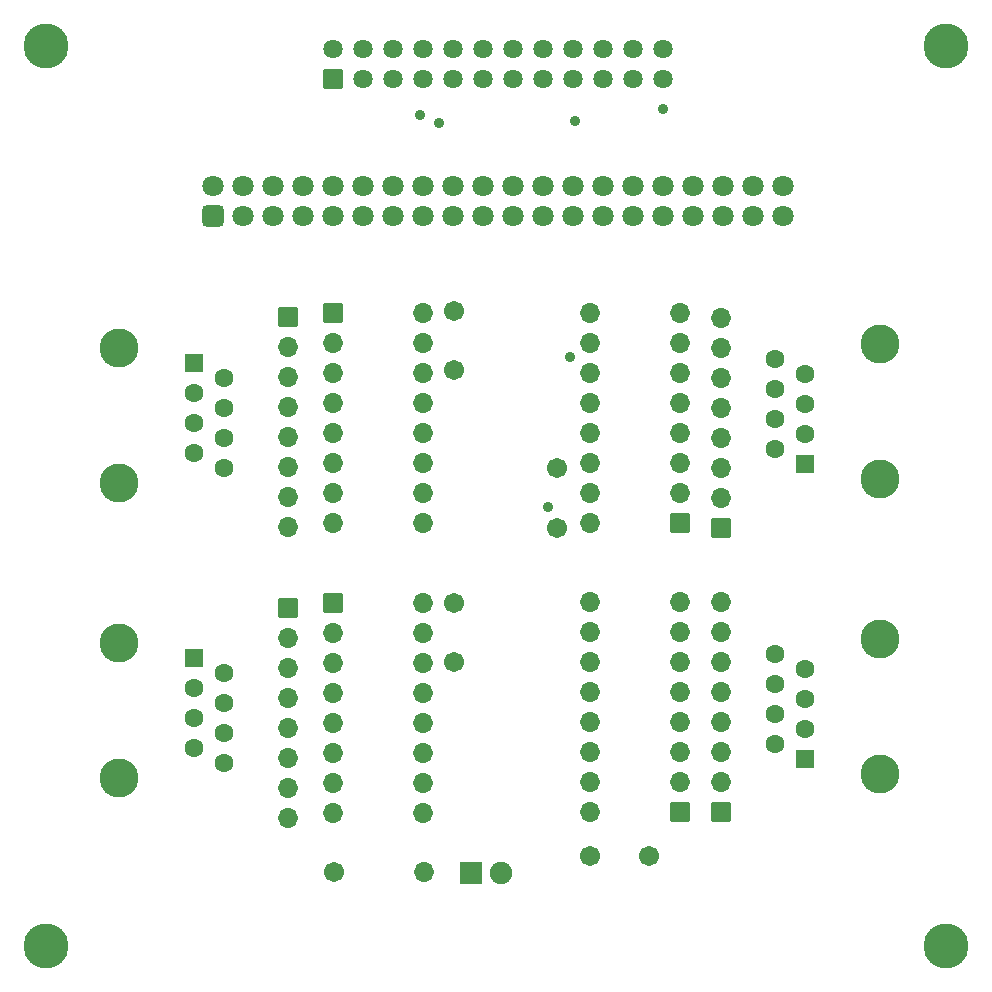
<source format=gbr>
%TF.GenerationSoftware,KiCad,Pcbnew,(6.0.7)*%
%TF.CreationDate,2022-08-13T18:52:35-04:00*%
%TF.ProjectId,Diff_Expansion,44696666-5f45-4787-9061-6e73696f6e2e,v3*%
%TF.SameCoordinates,Original*%
%TF.FileFunction,Soldermask,Bot*%
%TF.FilePolarity,Negative*%
%FSLAX46Y46*%
G04 Gerber Fmt 4.6, Leading zero omitted, Abs format (unit mm)*
G04 Created by KiCad (PCBNEW (6.0.7)) date 2022-08-13 18:52:35*
%MOMM*%
%LPD*%
G01*
G04 APERTURE LIST*
G04 Aperture macros list*
%AMRoundRect*
0 Rectangle with rounded corners*
0 $1 Rounding radius*
0 $2 $3 $4 $5 $6 $7 $8 $9 X,Y pos of 4 corners*
0 Add a 4 corners polygon primitive as box body*
4,1,4,$2,$3,$4,$5,$6,$7,$8,$9,$2,$3,0*
0 Add four circle primitives for the rounded corners*
1,1,$1+$1,$2,$3*
1,1,$1+$1,$4,$5*
1,1,$1+$1,$6,$7*
1,1,$1+$1,$8,$9*
0 Add four rect primitives between the rounded corners*
20,1,$1+$1,$2,$3,$4,$5,0*
20,1,$1+$1,$4,$5,$6,$7,0*
20,1,$1+$1,$6,$7,$8,$9,0*
20,1,$1+$1,$8,$9,$2,$3,0*%
G04 Aperture macros list end*
%ADD10C,3.802000*%
%ADD11RoundRect,0.051000X0.800000X0.800000X-0.800000X0.800000X-0.800000X-0.800000X0.800000X-0.800000X0*%
%ADD12O,1.702000X1.702000*%
%ADD13RoundRect,0.051000X-0.800000X-0.800000X0.800000X-0.800000X0.800000X0.800000X-0.800000X0.800000X0*%
%ADD14C,3.302000*%
%ADD15RoundRect,0.051000X-0.750000X0.750000X-0.750000X-0.750000X0.750000X-0.750000X0.750000X0.750000X0*%
%ADD16C,1.602000*%
%ADD17C,1.702000*%
%ADD18RoundRect,0.051000X0.800000X-0.800000X0.800000X0.800000X-0.800000X0.800000X-0.800000X-0.800000X0*%
%ADD19RoundRect,0.051000X-0.800000X0.800000X-0.800000X-0.800000X0.800000X-0.800000X0.800000X0.800000X0*%
%ADD20RoundRect,0.051000X0.750000X-0.750000X0.750000X0.750000X-0.750000X0.750000X-0.750000X-0.750000X0*%
%ADD21RoundRect,0.051000X-0.900000X-0.900000X0.900000X-0.900000X0.900000X0.900000X-0.900000X0.900000X0*%
%ADD22C,1.902000*%
%ADD23RoundRect,0.301000X0.600000X-0.600000X0.600000X0.600000X-0.600000X0.600000X-0.600000X-0.600000X0*%
%ADD24C,1.802000*%
%ADD25RoundRect,0.051000X-0.765000X-0.765000X0.765000X-0.765000X0.765000X0.765000X-0.765000X0.765000X0*%
%ADD26C,1.632000*%
%ADD27C,0.902000*%
G04 APERTURE END LIST*
D10*
%TO.C,REF\u002A\u002A*%
X72731000Y-140969800D03*
%TD*%
%TO.C,REF\u002A\u002A*%
X148931000Y-140969800D03*
%TD*%
D11*
%TO.C,U4*%
X126379000Y-129661800D03*
D12*
X126379000Y-127121800D03*
X126379000Y-124581800D03*
X126379000Y-122041800D03*
X126379000Y-119501800D03*
X126379000Y-116961800D03*
X126379000Y-114421800D03*
X126379000Y-111881800D03*
X118759000Y-111881800D03*
X118759000Y-114421800D03*
X118759000Y-116961800D03*
X118759000Y-119501800D03*
X118759000Y-122041800D03*
X118759000Y-124581800D03*
X118759000Y-127121800D03*
X118759000Y-129661800D03*
%TD*%
D11*
%TO.C,U3*%
X126379000Y-105167800D03*
D12*
X126379000Y-102627800D03*
X126379000Y-100087800D03*
X126379000Y-97547800D03*
X126379000Y-95007800D03*
X126379000Y-92467800D03*
X126379000Y-89927800D03*
X126379000Y-87387800D03*
X118759000Y-87387800D03*
X118759000Y-89927800D03*
X118759000Y-92467800D03*
X118759000Y-95007800D03*
X118759000Y-97547800D03*
X118759000Y-100087800D03*
X118759000Y-102627800D03*
X118759000Y-105167800D03*
%TD*%
D13*
%TO.C,U2*%
X97009000Y-111911800D03*
D12*
X97009000Y-114451800D03*
X97009000Y-116991800D03*
X97009000Y-119531800D03*
X97009000Y-122071800D03*
X97009000Y-124611800D03*
X97009000Y-127151800D03*
X97009000Y-129691800D03*
X104629000Y-129691800D03*
X104629000Y-127151800D03*
X104629000Y-124611800D03*
X104629000Y-122071800D03*
X104629000Y-119531800D03*
X104629000Y-116991800D03*
X104629000Y-114451800D03*
X104629000Y-111911800D03*
%TD*%
D14*
%TO.C,J2*%
X78869000Y-126746800D03*
X78869000Y-115316800D03*
D15*
X85219000Y-116586800D03*
D16*
X87759000Y-117856800D03*
X85219000Y-119126800D03*
X87759000Y-120396800D03*
X85219000Y-121666800D03*
X87759000Y-122936800D03*
X85219000Y-124206800D03*
X87759000Y-125476800D03*
%TD*%
D17*
%TO.C,C3*%
X115999000Y-105547800D03*
X115999000Y-100547800D03*
%TD*%
D13*
%TO.C,U1*%
X97009000Y-87417800D03*
D12*
X97009000Y-89957800D03*
X97009000Y-92497800D03*
X97009000Y-95037800D03*
X97009000Y-97577800D03*
X97009000Y-100117800D03*
X97009000Y-102657800D03*
X97009000Y-105197800D03*
X104629000Y-105197800D03*
X104629000Y-102657800D03*
X104629000Y-100117800D03*
X104629000Y-97577800D03*
X104629000Y-95037800D03*
X104629000Y-92497800D03*
X104629000Y-89957800D03*
X104629000Y-87417800D03*
%TD*%
D18*
%TO.C,RN4*%
X129839000Y-129631800D03*
D12*
X129839000Y-127091800D03*
X129839000Y-124551800D03*
X129839000Y-122011800D03*
X129839000Y-119471800D03*
X129839000Y-116931800D03*
X129839000Y-114391800D03*
X129839000Y-111851800D03*
%TD*%
D18*
%TO.C,RN3*%
X129839000Y-105547800D03*
D12*
X129839000Y-103007800D03*
X129839000Y-100467800D03*
X129839000Y-97927800D03*
X129839000Y-95387800D03*
X129839000Y-92847800D03*
X129839000Y-90307800D03*
X129839000Y-87767800D03*
%TD*%
D17*
%TO.C,C1*%
X107259000Y-87237800D03*
X107259000Y-92237800D03*
%TD*%
D19*
%TO.C,RN1*%
X93189000Y-87687800D03*
D12*
X93189000Y-90227800D03*
X93189000Y-92767800D03*
X93189000Y-95307800D03*
X93189000Y-97847800D03*
X93189000Y-100387800D03*
X93189000Y-102927800D03*
X93189000Y-105467800D03*
%TD*%
D14*
%TO.C,J4*%
X143319000Y-114991800D03*
X143319000Y-126421800D03*
D20*
X136969000Y-125151800D03*
D16*
X134429000Y-123881800D03*
X136969000Y-122611800D03*
X134429000Y-121341800D03*
X136969000Y-120071800D03*
X134429000Y-118801800D03*
X136969000Y-117531800D03*
X134429000Y-116261800D03*
%TD*%
D14*
%TO.C,J3*%
X143319000Y-90047800D03*
X143319000Y-101477800D03*
D20*
X136969000Y-100207800D03*
D16*
X134429000Y-98937800D03*
X136969000Y-97667800D03*
X134429000Y-96397800D03*
X136969000Y-95127800D03*
X134429000Y-93857800D03*
X136969000Y-92587800D03*
X134429000Y-91317800D03*
%TD*%
D14*
%TO.C,J1*%
X78869000Y-101802800D03*
X78869000Y-90372800D03*
D15*
X85219000Y-91642800D03*
D16*
X87759000Y-92912800D03*
X85219000Y-94182800D03*
X87759000Y-95452800D03*
X85219000Y-96722800D03*
X87759000Y-97992800D03*
X85219000Y-99262800D03*
X87759000Y-100532800D03*
%TD*%
D17*
%TO.C,C2*%
X107309000Y-111901800D03*
X107309000Y-116901800D03*
%TD*%
%TO.C,C4*%
X118779000Y-133351800D03*
X123779000Y-133351800D03*
%TD*%
D21*
%TO.C,D1*%
X108735000Y-134781800D03*
D22*
X111275000Y-134781800D03*
%TD*%
D17*
%TO.C,R1*%
X97075000Y-134731800D03*
D12*
X104695000Y-134731800D03*
%TD*%
D19*
%TO.C,RN2*%
X93189000Y-112371800D03*
D12*
X93189000Y-114911800D03*
X93189000Y-117451800D03*
X93189000Y-119991800D03*
X93189000Y-122531800D03*
X93189000Y-125071800D03*
X93189000Y-127611800D03*
X93189000Y-130151800D03*
%TD*%
D23*
%TO.C,J5*%
X86881000Y-79129800D03*
D24*
X86881000Y-76589800D03*
X89421000Y-79129800D03*
X89421000Y-76589800D03*
X91961000Y-79129800D03*
X91961000Y-76589800D03*
X94501000Y-79129800D03*
X94501000Y-76589800D03*
X97041000Y-79129800D03*
X97041000Y-76589800D03*
X99581000Y-79129800D03*
X99581000Y-76589800D03*
X102121000Y-79129800D03*
X102121000Y-76589800D03*
X104661000Y-79129800D03*
X104661000Y-76589800D03*
X107201000Y-79129800D03*
X107201000Y-76589800D03*
X109741000Y-79129800D03*
X109741000Y-76589800D03*
X112281000Y-79129800D03*
X112281000Y-76589800D03*
X114821000Y-79129800D03*
X114821000Y-76589800D03*
X117361000Y-79129800D03*
X117361000Y-76589800D03*
X119901000Y-79129800D03*
X119901000Y-76589800D03*
X122441000Y-79129800D03*
X122441000Y-76589800D03*
X124981000Y-79129800D03*
X124981000Y-76589800D03*
X127521000Y-79129800D03*
X127521000Y-76589800D03*
X130061000Y-79129800D03*
X130061000Y-76589800D03*
X132601000Y-79129800D03*
X132601000Y-76589800D03*
X135141000Y-79129800D03*
X135141000Y-76589800D03*
%TD*%
D10*
%TO.C,REF\u002A\u002A*%
X148931000Y-64769800D03*
%TD*%
%TO.C,REF\u002A\u002A*%
X72731000Y-64769800D03*
%TD*%
D25*
%TO.C,J6*%
X97031000Y-67587800D03*
D26*
X97031000Y-65047800D03*
X99571000Y-67587800D03*
X99571000Y-65047800D03*
X102111000Y-67587800D03*
X102111000Y-65047800D03*
X104651000Y-67587800D03*
X104651000Y-65047800D03*
X107191000Y-67587800D03*
X107191000Y-65047800D03*
X109731000Y-67587800D03*
X109731000Y-65047800D03*
X112271000Y-67587800D03*
X112271000Y-65047800D03*
X114811000Y-67587800D03*
X114811000Y-65047800D03*
X117351000Y-67587800D03*
X117351000Y-65047800D03*
X119891000Y-67587800D03*
X119891000Y-65047800D03*
X122431000Y-67587800D03*
X122431000Y-65047800D03*
X124971000Y-67587800D03*
X124971000Y-65047800D03*
%TD*%
D27*
X125001000Y-70117800D03*
X104401000Y-70617800D03*
X117501000Y-71117800D03*
X106001000Y-71317800D03*
X117099000Y-91097800D03*
X115245000Y-103773800D03*
M02*

</source>
